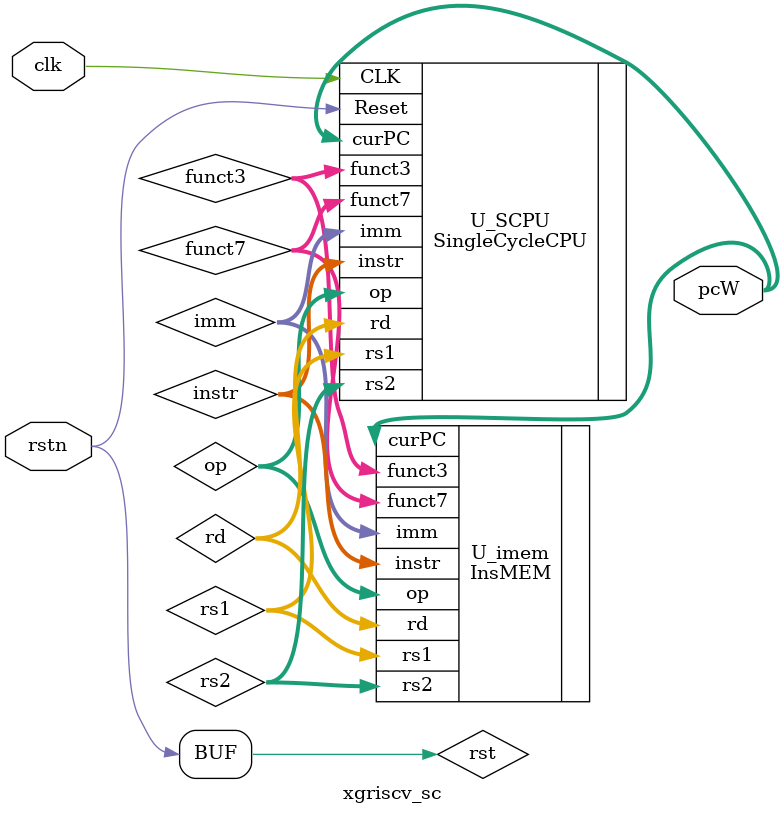
<source format=v>

module xgriscv_sc(clk, rstn ,pcW);
   input          clk;
   input          rstn;
   output [31:0]     pcW;


   wire [31:0]instr;
   wire [6:0] op;
   wire [2:0] funct3;  
   wire [6:0] funct7;
   wire [4:0] rs1;     
   wire [4:0] rs2;     
   wire [4:0] rd;    
   wire [24:0]imm;    
   wire rst = rstn;

  // instantiation of single-cycle CPU  
 
   SingleCycleCPU U_SCPU(
         .CLK(clk),                 // input:  cpu clock
         .Reset(rst),                 // input:  reset
         .op(op),             // input:  instruction
         .funct7(funct7),        // input:  data to cpu  
         .funct3(funct3),       // output: memory write signal
         .rs1(rs1),                   // output: PC
         .rs2(rs2),          // output: address from cpu to memory
         .rd(rd),        // output: data from cpu to memory
         .imm(imm),         // input:  register selection
         .instr(instr),        // output: register data
	 .curPC(pcW)
         );

         
  // instantiation of intruction memory (used for simulation)
   InsMEM    U_imem ( 
      .curPC(pcW


),     // input:  rom address
      .op(op),             // input:  instruction
      .funct7(funct7),        // input:  data to cpu  
      .funct3(funct3),       // output: memory write signal
      .rs1(rs1),                   // output: PC
      .rs2(rs2),          // output: address from cpu to memory
      .rd(rd),        // output: data from cpu to memory
      .imm(imm),         // input:  register selection
      .instr(instr)        // output: register data
   );


        
endmodule


</source>
